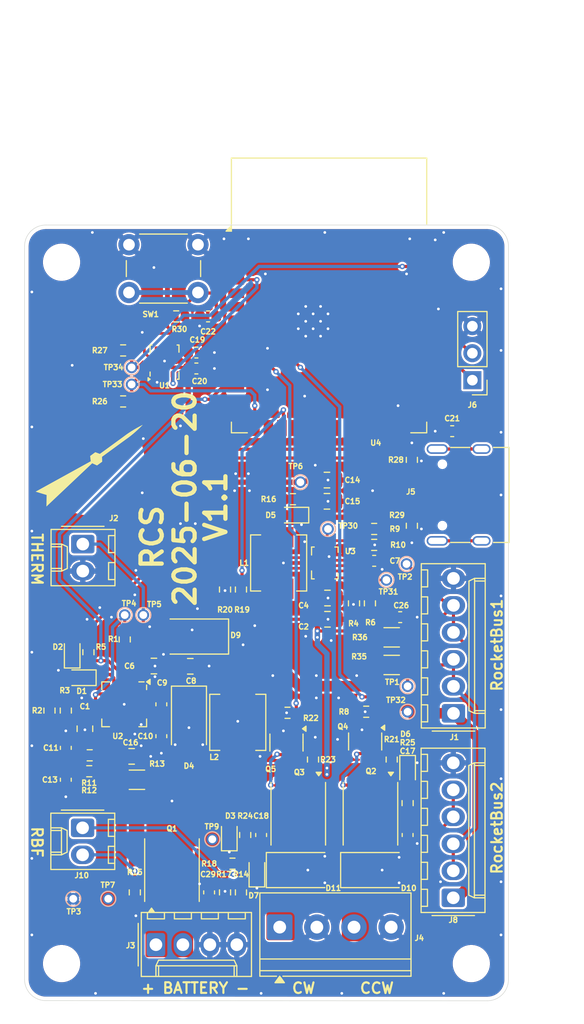
<source format=kicad_pcb>
(kicad_pcb (version 20241229) (generator "pcbnew") (generator_version "9.0")
  (title_block (title "RCS Controller Board") (date "2025-06-20") (rev "1.1"))
  (layers (0 "F.Cu" signal) (2 "B.Cu" signal) (13 "F.Paste" user) (15 "B.Paste" user) (5 "F.SilkS" user "F.Silkscreen") (7 "B.SilkS" user "B.Silkscreen") (1 "F.Mask" user) (3 "B.Mask" user) (25 "Edge.Cuts" user))
  (net 0 "")
  (net 1 "GND")
  (net 2 "/Power/VREF33")
  (net 3 "VBUS")
  (net 4 "/Power/VUMB")
  (net 5 "Net-(U3-VAUX)")
  (net 6 "Net-(D9-K)")
  (net 7 "Net-(U2-BST)")
  (net 8 "Net-(D4-K)")
  (net 9 "Net-(U2-TMR)")
  (net 10 "Net-(C11-Pad1)")
  (net 11 "+3.3V")
  (net 12 "Net-(C13-Pad1)")
  (net 13 "+BATT")
  (net 14 "Net-(D10-K)")
  (net 15 "Net-(D11-K)")
  (net 16 "Net-(Q1-G)")
  (net 17 "Net-(D1-A)")
  (net 18 "Net-(D1-K)")
  (net 19 "UMB_~{ON}")
  (net 20 "Net-(D2-A)")
  (net 21 "Net-(D5-A)")
  (net 22 "Net-(C26-Pad1)")
  (net 23 "Net-(D7-A)")
  (net 24 "CANH")
  (net 25 "CANL")
  (net 26 "Net-(J2-Pin_1)")
  (net 27 "/Power/ARM-OUT")
  (net 28 "/Power/ARM-IN")
  (net 29 "Net-(U3-L1)")
  (net 30 "Net-(U3-L2)")
  (net 31 "Net-(U2-CSP)")
  (net 32 "Net-(Q2-G)")
  (net 33 "Net-(Q3-G)")
  (net 34 "Net-(Q4-G)")
  (net 35 "Net-(Q5-G)")
  (net 36 "Net-(U3-VSEL)")
  (net 37 "Net-(U3-EN)")
  (net 38 "Net-(U3-FB)")
  (net 39 "Net-(U2-COMPV)")
  (net 40 "Net-(U2-COMPI)")
  (net 41 "BATT_READ")
  (net 42 "Net-(U3-FB2)")
  (net 43 "Net-(U3-PG)")
  (net 47 "Net-(D3-A)")
  (net 48 "Net-(D6-A)")
  (net 49 "Net-(J5-SHIELD)")
  (net 50 "Net-(J5-CC2)")
  (net 51 "Net-(J5-CC1)")
  (net 57 "Net-(J6-Pin_2)")
  (net 58 "Net-(U4-USB_D+)")
  (net 70 "Net-(U4-USB_D-)")
  (net 80 "Net-(J6-Pin_1)")
  (net 81 "Net-(U4-EN)")
  (net 86 "/Microcontroller/SDA")
  (net 87 "/Microcontroller/SCL")
  (net 88 "/Microcontroller/INT1")
  (footprint "psas-footprints:TP-through-hole-1X01" (layer "F.Cu") (at 108 141.6)
    (property "Reference" "TP7")
    (property "Value" "Test-Point")
  )
  (footprint "Capacitor_SMD:C_0805_2012Metric" (layer "F.Cu") (at 105.8 125.6 -90)
    (property "Reference" "C1")
    (property "Value" "10u")
  )
  (footprint "LED_SMD:LED_0603_1608Metric" (layer "F.Cu") (at 105.37 120.8 180)
    (property "Reference" "D1")
    (property "Value" "GRN")
  )
  (footprint "Capacitor_SMD:C_0805_2012Metric" (layer "F.Cu") (at 115.725 119.725)
    (property "Reference" "C8")
    (property "Value" "10u")
  )
  (footprint "Capacitor_SMD:C_0603_1608Metric" (layer "F.Cu") (at 117.5 141 90)
    (property "Reference" "C29")
    (property "Value" "100n")
  )
  (footprint "Resistor_SMD:R_0603_1608Metric" (layer "F.Cu") (at 134.7 128.5 90)
    (property "Reference" "R21")
    (property "Value" "10k")
  )
  (footprint "Capacitor_SMD:C_0603_1608Metric" (layer "F.Cu") (at 136.2 135.6 -90)
    (property "Reference" "C17")
    (property "Value" "100n")
  )
  (footprint "Resistor_SMD:R_0603_1608Metric" (layer "F.Cu") (at 132.3 124 180)
    (property "Reference" "R8")
    (property "Value" "10k")
  )
  (footprint "Capacitor_SMD:C_0603_1608Metric" (layer "F.Cu") (at 122.4 135.6 90)
    (property "Reference" "C18")
    (property "Value" "100n")
  )
  (footprint "LED_SMD:LED_0603_1608Metric" (layer "F.Cu") (at 136.2 129.6 -90)
    (property "Reference" "D6")
    (property "Value" "Amber")
  )
  (footprint "Resistor_SMD:R_0603_1608Metric" (layer "F.Cu") (at 136.6 100.3 90)
    (property "Reference" "R28")
    (property "Value" "5k")
  )
  (footprint "Resistor_SMD:R_0603_1608Metric" (layer "F.Cu") (at 114.4 86.8)
    (property "Reference" "R30")
    (property "Value" "10k")
  )
  (footprint "Resistor_SMD:R_0603_1608Metric" (layer "F.Cu") (at 127.2875 128.5 90)
    (property "Reference" "R23")
    (property "Value" "10k")
  )
  (footprint "Inductor_SMD:L_Vishay_IHLP-2020" (layer "F.Cu") (at 124.05 110 90)
    (property "Reference" "L1")
    (property "Value" "1.5uH")
  )
  (footprint "RF_Module:ESP32-S3-WROOM-1" (layer "F.Cu") (at 128.8 84.8)
    (property "Reference" "U4")
    (property "Value" "ESP32-S3-WROOM-1")
  )
  (footprint "Package_TO_SOT_SMD:SOT-23-3" (layer "F.Cu") (at 132.2 126.8 -90)
    (property "Reference" "Q4")
    (property "Value" "PMV45EN2")
  )
  (footprint "Capacitor_SMD:C_0603_1608Metric" (layer "F.Cu") (at 104 130.4 -90)
    (property "Reference" "C13")
    (property "Value" "2.2n")
  )
  (footprint "psas-footprints:TP-through-hole-1X01" (layer "F.Cu") (at 117.8 136)
    (property "Reference" "TP9")
    (property "Value" "Test-Point")
  )
  (footprint "psas-footprints:TP-through-hole-1X01" (layer "F.Cu") (at 136.2 121.6)
    (property "Reference" "TP1")
    (property "Value" "Test-Point")
  )
  (footprint "MountingHole:MountingHole_3.2mm_M3" (layer "F.Cu") (at 142.2 81.7)
    (property "Reference" "REF**" (hide yes))
    (property "Value" "MountingHole_3.2mm_M3" (hide yes))
  )
  (footprint "Inductor_SMD:L_Vishay_IHLP-2020" (layer "F.Cu") (at 120.2 125 -90)
    (property "Reference" "L2")
    (property "Value" "4.7uH")
  )
  (footprint "Capacitor_SMD:C_0603_1608Metric" (layer "F.Cu") (at 117.4 86.8 180)
    (property "Reference" "C22")
    (property "Value" "100p")
  )
  (footprint "Capacitor_SMD:C_0603_1608Metric" (layer "F.Cu") (at 135.5 115.1)
    (property "Reference" "C26")
    (property "Value" "1n")
  )
  (footprint "MountingHole:MountingHole_3.2mm_M3" (layer "F.Cu") (at 103.6 81.7)
    (property "Reference" "REF**" (hide yes))
    (property "Value" "MountingHole_3.2mm_M3" (hide yes))
  )
  (footprint "Resistor_SMD:R_0603_1608Metric" (layer "F.Cu") (at 109.55 117.2 -90)
    (property "Reference" "R1")
    (property "Value" "10k")
  )
  (footprint "Resistor_SMD:R_0603_1608Metric" (layer "F.Cu") (at 109.4 90)
    (property "Reference" "R27")
    (property "Value" "4.7k")
  )
  (footprint "Package_SO:PowerPAK_SO-8_Single" (layer "F.Cu") (at 114 138.905 90)
    (property "Reference" "Q1")
    (property "Value" "SI7465DP-T1-E3")
  )
  (footprint "Resistor_SMD:R_0603_1608Metric" (layer "F.Cu") (at 110.5 141 90)
    (property "Reference" "R15")
    (property "Value" "1k")
  )
  (footprint "Capacitor_SMD:C_0603_1608Metric" (layer "F.Cu") (at 113 123.3 -90)
    (property "Reference" "C9")
    (property "Value" "100n")
  )
  (footprint "Diode_SMD:D_SMA" (layer "F.Cu") (at 115.6 125.1 -90)
    (property "Reference" "D4")
    (property "Value" "RBR5L30BDDTE25")
  )
  (footprint "Connector_Molex:Molex_KK-254_AE-6410-04A_1x04_P2.54mm_Vertical" (layer "F.Cu") (at 112.49 145.92)
    (property "Reference" "J3")
    (property "Value" "0022-232041")
  )
  (footprint "Package_DFN_QFN:QFN-16-1EP_4x4mm_P0.65mm_EP2.5x2.5mm" (layer "F.Cu") (at 109.5 123.3 -90)
    (property "Reference" "U2")
    (property "Value" "MP26123DR-LF-Z")
  )
  (footprint "psas-footprints:TP-through-hole-1X01" (layer "F.Cu") (at 134.2 111.6 90)
    (property "Reference" "TP31")
    (property "Value" "Test-Point")
  )
  (footprint "Package_LGA:LGA-14_3x2.5mm_P0.5mm_LayoutBorder3x4y" (layer "F.Cu") (at 113.3 91.1 90)
    (property "Reference" "U1")
    (property "Value" "LSM6DSOX")
  )
  (footprint "Capacitor_SMD:C_0603_1608Metric" (layer "F.Cu") (at 104 127.4 90)
    (property "Reference" "C11")
    (property "Value" "2.2n")
  )
  (footprint "Diode_SMD:D_SMA" (layer "F.Cu") (at 126.4 138.9)
    (property "Reference" "D11")
    (property "Value" "RBR5L30BDDTE25")
  )
  (footprint "Capacitor_SMD:C_0603_1608Metric" (layer "F.Cu") (at 116.3 90.2)
    (property "Reference" "C19")
    (property "Value" "100n")
  )
  (footprint "Resistor_SMD:R_0603_1608Metric" (layer "F.Cu") (at 119 112.5 -90)
    (property "Reference" "R20")
    (property "Value" "10k")
  )
  (footprint "Capacitor_SMD:C_0805_2012Metric" (layer "F.Cu") (at 110.2 128.2)
    (property "Reference" "C16")
    (property "Value" "22u")
  )
  (footprint "Button_Switch_THT:SW_PUSH_6mm" (layer "F.Cu") (at 116.45 84.55 180)
    (property "Reference" "SW1")
    (property "Value" "SW_Push")
  )
  (footprint "psas-footprints:TP-through-hole-1X01" (layer "F.Cu") (at 109.55 114.9)
    (property "Reference" "TP4")
    (property "Value" "Test-Point")
  )
  (footprint "LED_SMD:LED_0603_1608Metric" (layer "F.Cu") (at 122 139 90)
    (property "Reference" "D7")
    (property "Value" "GRN")
  )
  (footprint "Resistor_SMD:R_0603_1608Metric" (layer "F.Cu") (at 133.05 108.3)
    (property "Reference" "R10")
    (property "Value" "150k")
  )
  (footprint "Diode_SMD:D_SMA" (layer "F.Cu") (at 115.825 116.925 180)
    (property "Reference" "D9")
    (property "Value" "RBR5L30BDDTE25")
  )
  (footprint "Resistor_SMD:R_0603_1608Metric" (layer "F.Cu") (at 131.15 113.8 -90)
    (property "Reference" "R4")
    (property "Value" "10k")
  )
  (footprint "Connector_Molex:Molex_KK-254_AE-6410-06A_1x06_P2.54mm_Vertical" (layer "F.Cu") (at 140.52 124.15 90)
    (property "Reference" "J1")
    (property "Value" "00222-32051")
  )
  (footprint "psas-footprints:TP-through-hole-1X01" (layer "F.Cu") (at 136.2 124)
    (property "Reference" "TP32")
    (property "Value" "Test-Point")
  )
  (footprint "Capacitor_SMD:C_0805_2012Metric" (layer "F.Cu") (at 128.6 104.2)
    (property "Reference" "C15")
    (property "Value" "22u")
  )
  (footprint "Resistor_SMD:R_0603_1608Metric" (layer "F.Cu") (at 133.05 106.8 180)
    (property "Reference" "R9")
    (property "Value" "470k")
  )
  (footprint "Resistor_SMD:R_0603_1608Metric" (layer "F.Cu") (at 106.13 118.4 -90)
    (property "Reference" "R5")
    (property "Value" "10k")
  )
  (footprint "psas-footprints:TP-through-hole-1X01" (layer "F.Cu") (at 136.1 110.1)
    (property "Reference" "TP2")
    (property "Value" "Test-Point")
  )
  (footprint "psas-footprints:TP-through-hole-1X01" (layer "F.Cu") (at 128.7 106.8 90)
    (property "Reference" "TP30")
    (property "Value" "Test-Point")
  )
  (footprint "Capacitor_SMD:C_0805_2012Metric" (layer "F.Cu") (at 128.65 113.3)
    (property "Reference" "C4")
    (property "Value" "22u")
  )
  (footprint "psas-footprints:TP-through-hole-1X01" (layer "F.Cu") (at 111.3 114.9 180)
    (property "Reference" "TP5")
    (property "Value" "Test-Point")
  )
  (footprint "Capacitor_SMD:C_0603_1608Metric" (layer "F.Cu") (at 133.05 109.8)
    (property "Reference" "C7")
    (property "Value" "100n")
  )
  (footprint "Capacitor_SMD:C_0805_2012Metric" (layer "F.Cu") (at 128.6 102.2)
    (property "Reference" "C14")
    (property "Value" "22u")
  )
  (footprint "LED_SMD:LED_0603_1608Metric" (layer "F.Cu") (at 104.6 118.4 90)
    (property "Reference" "D2")
    (property "Value" "GRN")
  )
  (footprint "Capacitor_SMD:C_0603_1608Metric" (layer "F.Cu") (at 113 126.3 -90)
    (property "Reference" "C10")
    (property "Value" "100n")
  )
  (footprint "Connector_Molex:Molex_KK-254_AE-6410-02A_1x02_P2.54mm_Vertical" (layer "F.Cu") (at 105.6 108.225 -90)
    (property "Reference" "J2")
    (property "Value" "0022-232021")
  )
  (footprint "Resistor_SMD:R_0603_1608Metric" (layer "F.Cu") (at 104 123.89 90)
    (property "Reference" "R3")
    (property "Value" "4.7k")
  )
  (footprint "Package_SO:PowerPAK_SO-8_Single" (layer "F.Cu") (at 132.7 133.6 -90)
    (property "Reference" "Q2")
    (property "Value" "SI7465DP-T1-E3")
  )
  (footprint "TerminalBlock_Phoenix:TerminalBlock_Phoenix_PT-1,5-4-3.5-H_1x04_P3.50mm_Horizontal" (layer "F.Cu") (at 124.15 144.2675)
    (property "Reference" "J4")
    (property "Value" "Screw_Terminal_4_P3.50mm")
  )
  (footprint "Capacitor_SMD:C_0805_2012Metric" (layer "F.Cu") (at 112.3 119.7)
    (property "Reference" "C6")
    (property "Value" "10u")
  )
  (footprint "Resistor_SMD:R_0603_1608Metric" (layer "F.Cu") (at 124.8875 124.1 180)
    (property "Reference" "R22")
    (property "Value" "10k")
  )
  (footprint "Capacitor_SMD:C_0805_2012Metric" (layer "F.Cu") (at 128.65 115.3)
    (property "Reference" "C2")
    (property "Value" "22u")
  )
  (footprint "Resistor_SMD:R_0603_1608Metric" (layer "F.Cu") (at 120.9 135.6 90)
    (property "Reference" "R24")
    (property "Value" "1k")
  )
  (footprint "Package_SO:PowerPAK_SO-8_Single" (layer "F.Cu") (at 125.9 133.6 -90)
    (property "Reference" "Q3")
    (property "Value" "SI7465DP-T1-E3")
  )
  (footprint "psas-footprints:TP-through-hole-1X01" (layer "F.Cu") (at 104.7 141.6)
    (property "Reference" "TP3")
    (property "Value" "Test-Point")
  )
  (footprint "Resistor_SMD:R_0603_1608Metric" (layer "F.Cu") (at 109.4 94.8)
    (property "Reference" "R26")
    (property "Value" "4.7k")
  )
  (footprint "Resistor_SMD:R_0603_1608Metric" (layer "F.Cu") (at 125.4 104 180)
    (property "Reference" "R16")
    (property "Value" "4.7k")
  )
  (footprint "Resistor_SMD:R_0603_1608Metric" (layer "F.Cu") (at 119.7 138.3)
    (property "Reference" "R18")
    (property "Value" "10k")
  )
  (footprint "Resistor_SMD:R_1206_3216Metric" (layer "F.Cu") (at 110.7 130.4 180)
    (property "Reference" "R13")
    (property "Value" "100m")
  )
  (footprint "MountingHole:MountingHole_3.2mm_M3" (layer "F.Cu") (at 142.2 147.7)
    (property "Reference" "REF**" (hide yes))
    (property "Value" "MountingHole_3.2mm_M3" (hide yes))
  )
  (footprint "Connector_PinHeader_2.54mm:PinHeader_1x03_P2.54mm_Vertical" (layer "F.Cu") (at 142.3 92.8 180)
    (property "Reference" "J6")
    (property "Value" "Conn_01x03")
  )
  (footprint "psas-footprints:U-TI-TPS63070" (layer "F.Cu") (at 128.4 110 90)
    (property "Reference" "U3")
    (property "Value" "TPS63070")
  )
  (footprint "Connector_USB:USB_C_Receptacle_Palconn_UTC16-G" (layer "F.Cu") (at 140.925 103.6 90)
    (property "Reference" "J5")
    (property "Value" "USB_C_Receptacle_USB2.0_14P")
  )
  (footprint "LED_SMD:LED_0603_1608Metric" (layer "F.Cu") (at 119.4 135.6 90)
    (property "Reference" "D3")
    (property "Value" "Amber")
  )
  (footprint "Capacitor_SMD:C_0603_1608Metric" (layer "F.Cu") (at 116.3 91.7)
    (property "Reference" "C20")
    (property "Value" "100n")
  )
  (footprint "psas-graphics:PSAS_LOGO_10X10" (layer "F.Cu") (at 106.5 100.5)
    (property "Reference" "LOGO1" (hide yes))
    (property "Value" "" (hide yes))
  )
  (footprint "LED_SMD:LED_0603_1608Metric" (layer "F.Cu") (at 125.4 105.5 180)
    (property "Reference" "D5")
    (property "Value" "GRN")
  )
  (footprint "Resistor_SMD:R_0603_1608Metric" (layer "F.Cu") (at 106.20635 129.6 180)
    (property "Reference" "R12")
    (property "Value" "750")
  )
  (footprint "Diode_SMD:D_SMA" (layer "F.Cu") (at 133.4 138.9)
    (property "Reference" "D10")
    (property "Value" "RBR5L30BDDTE25")
  )
  (footprint "Resistor_SMD:R_0603_1608Metric" (layer "F.Cu") (at 102.46 123.89 90)
    (property "Reference" "R2")
    (property "Value" "4.7k")
  )
  (footprint "Connector_Molex:Molex_KK-254_AE-6410-02A_1x02_P2.54mm_Vertical" (layer "F.Cu") (at 105.58 134.925 -90)
    (property "Reference" "J10")
    (property "Value" "0022-232021")
  )
  (footprint "MountingHole:MountingHole_3.2mm_M3" (layer "F.Cu") (at 103.6 147.7)
    (property "Reference" "REF**" (hide yes))
    (property "Value" "MountingHole_3.2mm_M3" (hide yes))
  )
  (footprint "Resistor_SMD:R_1206_3216Metric" (layer "F.Cu") (at 134.7 119.6 180)
    (property "Reference" "R35")
    (property "Value" "60.4")
  )
  (footprint "Resistor_SMD:R_1206_3216Metric" (layer "F.Cu") (at 134.7 117)
    (property "Reference" "R36")
    (property "Value" "60.4")
  )
  (footprint "Resistor_SMD:R_0603_1608Metric" (layer "F.Cu") (at 136.6 106.5 -90)
    (property "Reference" "R29")
    (property "Value" "5k")
  )
  (footprint "Connector_Molex:Molex_KK-254_AE-6410-06A_1x06_P2.54mm_Vertical" (layer "F.Cu") (at 140.5 141.51 90)
    (property "Reference" "J8")
    (property "Value" "00222-32051")
  )
  (footprint "Resistor_SMD:R_0603_1608Metric" (layer "F.Cu") (at 136.2 132.6 90)
    (property "Reference" "R25")
    (property "Value" "1k")
  )
  (footprint "Resistor_SMD:R_0603_1608Metric" (layer "F.Cu") (at 106.25 128.1 180)
    (property "Reference" "R11")
    (property "Value" "2.4k")
  )
  (footprint "Resistor_SMD:R_0603_1608Metric" (layer "F.Cu") (at 120.5 112.5 90)
    (property "Reference" "R19")
    (property "Value" "33k")
  )
  (footprint "psas-footprints:TP-through-hole-1X01" (layer "F.Cu") (at 110.2 91.6 -90)
    (property "Reference" "TP34")
    (property "Value" "Test-Point")
  )
  (footprint "Capacitor_SMD:C_0603_1608Metric" (layer "F.Cu") (at 140.4 97.6 180)
    (property "Reference" "C21")
    (property "Value" "1p")
  )
  (footprint "Resistor_SMD:R_0603_1608Metric" (layer "F.Cu") (at 132.65 113.8 90)
    (property "Reference" "R6")
    (property "Value" "10k")
  )
  (footprint "Resistor_SMD:R_0603_1608Metric" (layer "F.Cu") (at 119 141 90)
    (property "Reference" "R17")
    (property "Value" "150k")
  )
  (footprint "Resistor_SMD:R_0603_1608Metric" (layer "F.Cu") (at 120.5 141 -90)
    (property "Reference" "R14")
    (property "Value" "1k")
  )
  (footprint "psas-footprints:TP-through-hole-1X01" (layer "F.Cu") (at 110.2 93.2 -90)
    (property "Reference" "TP33")
    (property "Value" "Test-Point")
  )
  (footprint "psas-footprints:TP-through-hole-1X01" (layer "F.Cu") (at 126.1 102.4 90)
    (property "Reference" "TP6")
    (property "Value" "Test-Point")
  )
  (footprint "Package_TO_SOT_SMD:SOT-23-3" (layer "F.Cu") (at 124.7875 126.9 -90)
    (property "Reference" "Q5")
    (property "Value" "PMV45EN2")
  )
  (gr_arc (start 143.7 78.2) (mid 145.114214 78.785786) (end 145.7 80.2) (stroke (width 0.05)) (layer "Edge.Cuts"))
  (gr_arc (start 100.114214 80.2) (mid 100.7 78.785786) (end 102.114214 78.2) (stroke (width 0.05)) (layer "Edge.Cuts"))
  (gr_line (start 145.7 80.2) (end 145.7 149.2) (stroke (width 0.05)) (layer "Edge.Cuts"))
  (gr_arc (start 145.7 149.2) (mid 145.114214 150.614214) (end 143.7 151.2) (stroke (width 0.05)) (layer "Edge.Cuts"))
  (gr_line (start 143.7 151.2) (end 102.114214 151.184877) (stroke (width 0.05)) (layer "Edge.Cuts"))
  (gr_arc (start 102.114214 151.185836) (mid 100.704995 150.605056) (end 100.114214 149.2) (stroke (width 0.05)) (layer "Edge.Cuts"))
  (gr_line (start 102.114214 78.2) (end 143.7 78.2) (stroke (width 0.05)) (layer "Edge.Cuts"))
  (gr_line (start 100.114214 80.2) (end 100.114214 149.2) (stroke (width 0.05)) (layer "Edge.Cuts"))
  (gr_text "THERM" (at 100.7 107.1 270) (layer "F.SilkS") (effects (font (size 1 1) (thickness 0.2) (bold yes)) (justify left bottom)))
  (gr_text "RocketBus1\n" (at 145.2 122.189815 90) (layer "F.SilkS") (effects (font (size 1 1) (thickness 0.2) (bold yes)) (justify left bottom)))
  (gr_text "+ BATTERY -" (at 111 150.59 0) (layer "F.SilkS") (effects (font (size 1 1) (thickness 0.2) (bold yes)) (justify left bottom)))
  (gr_text "RocketBus2\n" (at 145.2 139.4 90) (layer "F.SilkS") (effects (font (size 1 1) (thickness 0.2) (bold yes)) (justify left bottom)))
  (gr_text "CW" (at 125.2 150.6 0) (layer "F.SilkS") (effects (font (size 1 1) (thickness 0.2) (bold yes)) (justify left bottom)))
  (gr_text "RBF" (at 100.7 134.7 270) (layer "F.SilkS") (effects (font (size 1 1) (thickness 0.2) (bold yes)) (justify left bottom)))
  (gr_text "CCW" (at 131.6 150.6 0) (layer "F.SilkS") (effects (font (size 1 1) (thickness 0.2) (bold yes)) (justify left bottom)))
  (gr_text "${ISSUE_DATE}" (at 116.4 114.3 90) (layer "F.SilkS") (effects (font (size 2 2) (thickness 0.4) (bold yes)) (justify left bottom)))
  (gr_text "V${REVISION}\n" (at 119.3 108.2 90) (layer "F.SilkS") (effects (font (size 2 2) (thickness 0.4) (bold yes)) (justify left bottom)))
  (gr_text "RCS" (at 113.3 110.8 90) (layer "F.SilkS") (effects (font (size 2 2) (thickness 0.4) (bold yes)) (justify left bottom)))
  (segment (start 110.425 124.025) (end 110.4 124) (width 0.3) (layer "F.Cu") (net 1))
  (segment (start 110.425 124.075) (end 110.425 124.025) (width 0.3) (layer "F.Cu") (net 1))
  (segment (start 115.025 127.05) (end 115.025 126.975) (width 0.3) (layer "F.Cu") (net 1))
  (via (at 121.8 115.9) (size 0.508) (drill 0.254) (layers "F.Cu" "B.Cu") (net 1))
  (via (at 132.9 103.2) (size 0.508) (drill 0.254) (layers "F.Cu" "B.Cu") (net 1))
  (via (at 120.2 124.9) (size 0.508) (drill 0.254) (layers "F.Cu" "B.Cu") (net 1))
  (via (at 133.8 138.9) (size 0.508) (drill 0.254) (layers "F.Cu" "B.Cu") (net 1))
  (via (at 110.5 113) (size 0.508) (drill 0.254) (layers "F.Cu" "B.Cu") (net 1))
  (via (at 115.9 116.3) (size 0.508) (drill 0.254) (layers "F.Cu" "B.Cu") (net 1))
  (via (at 139.1 86.1) (size 0.508) (drill 0.254) (layers "F.Cu" "B.Cu") (net 1))
  (via (at 138.8 97.6) (size 0.508) (drill 0.254) (layers "F.Cu" "B.Cu") (net 1))
  (via (at 145 113.1) (size 0.508) (drill 0.254) (layers "F.Cu" "B.Cu") (net 1))
  (via (at 123 89.8) (size 0.508) (drill 0.254) (layers "F.Cu" "B.Cu") (net 1))
  (via (at 121.2 101.6) (size 0.508) (drill 0.254) (layers "F.Cu" "B.Cu") (net 1))
  (via (at 111.3 98.3) (size 0.508) (drill 0.254) (layers "F.Cu" "B.Cu") (net 1))
  (via (at 126.6 116.9) (size 0.508) (drill 0.254) (layers "F.Cu" "B.Cu") (net 1))
  (via (at 131.1 113.9) (size 0.508) (drill 0.254) (layers "F.Cu" "B.Cu") (net 1))
  (via (at 110.5 126.1) (size 0.508) (drill 0.254) (layers "F.Cu" "B.Cu") (net 1))
  (via (at 121.2 79.5) (size 0.508) (drill 0.254) (layers "F.Cu" "B.Cu") (net 1))
  (via (at 110.6 110.7) (size 0.508) (drill 0.254) (layers "F.Cu" "B.Cu") (net 1))
  (via (at 145 84.2) (size 0.508) (drill 0.254) (layers "F.Cu" "B.Cu") (net 1))
  (via (at 107.2 114.2) (size 0.508) (drill 0.254) (layers "F.Cu" "B.Cu") (net 1))
  (via (at 128.4 140.1) (size 0.508) (drill 0.254) (layers "F.Cu" "B.Cu") (net 1))
  (via (at 112.6 93) (size 0.508) (drill 0.254) (layers "F.Cu" "B.Cu") (net 1))
  (via (at 112.4 119.7) (size 0.508) (drill 0.254) (layers "F.Cu" "B.Cu") (net 1))
  (via (at 100.8 127.2) (size 0.508) (drill 0.254) (layers "F.Cu" "B.Cu") (net 1))
  (via (at 137.1 136.4) (size 0.508) (drill 0.254) (layers "F.Cu" "B.Cu") (net 1))
  (via (at 116.6 140.2) (size 0.508) (drill 0.254) (layers "F.Cu" "B.Cu") (net 1))
  (via (at 145 97.7) (size 0.508) (drill 0.254) (layers "F.Cu" "B.Cu") (net 1))
  (via (at 127.5 100.8) (size 0.508) (drill 0.254) (layers "F.Cu" "B.Cu") (net 1))
  (via (at 113.3 91) (size 0.508) (drill 0.254) (layers "F.Cu" "B.Cu") (net 1))
  (via (at 114.8 97.1) (size 0.508) (drill 0.254) (layers "F.Cu" "B.Cu") (net 1))
  (via (at 100.8 107) (size 0.508) (drill 0.254) (layers "F.Cu" "B.Cu") (net 1))
  (via (at 120 101.6) (size 0.508) (drill 0.254) (layers "F.Cu" "B.Cu") (net 1))
  (via (at 100.8 97.2) (size 0.508) (drill 0.254) (layers "F.Cu" "B.Cu") (net 1))
  (via (at 137.1 128.8) (size 0.508) (drill 0.254) (layers "F.Cu" "B.Cu") (net 1))
  (via (at 104 125.8) (size 0.508) (drill 0.254) (layers "F.Cu" "B.Cu") (net 1))
  (via (at 129.6 126.6) (size 0.508) (drill 0.254) (layers "F.Cu" "B.Cu") (net 1))
  (via (at 114.3 127.1) (size 0.508) (drill 0.254) (layers "F.Cu" "B.Cu") (net 1))
  (via (at 137.1 115.1) (size 0.508) (drill 0.254) (layers "F.Cu" "B.Cu") (net 1))
  (via (at 137.5 106.8) (size 0.508) (drill 0.254) (layers "F.Cu" "B.Cu") (net 1))
  (via (at 126.2 106.4) (size 0.508) (drill 0.254) (layers "F.Cu" "B.Cu") (net 1))
  (via (at 123 93.7) (size 0.508) (drill 0.254) (layers "F.Cu" "B.Cu") (net 1))
  (via (at 111.2 103.4) (size 0.508) (drill 0.254) (layers "F.Cu" "B.Cu") (net 1))
  (via (at 105.5 122.7) (size 0.508) (drill 0.254) (layers "F.Cu" "B.Cu") (net 1))
  (via (at 128.7 113.3) (size 0.508) (drill 0.254) (layers "F.Cu" "B.Cu") (net 1))
  (via (at 127.6 122.7) (size 0.508) (drill 0.254) (layers "F.Cu" "B.Cu") (net 1))
  (via (at 116.4 114.3) (size 0.508) (drill 0.254) (layers "F.Cu" "B.Cu") (net 1))
  (via (at 112 128.2) (size 0.508) (drill 0.254) (layers "F.Cu" "B.Cu") (net 1))
  (via (at 145 90) (size 0.508) (drill 0.254) (layers "F.Cu" "B.Cu") (net 1))
  (via (at 136.4 79.5) (size 0.508) (drill 0.254) (layers "F.Cu" "B.Cu") (net 1))
  (via (at 126.5 94.3) (size 0.508) (drill 0.254) (layers "F.Cu" "B.Cu") (net 1))
  (via (at 118 90.2) (size 0.508) (drill 0.254) (layers "F.Cu" "B.Cu") (net 1))
  (via (at 114 132.4) (size 0.508) (drill 0.254) (layers "F.Cu" "B.Cu") (net 1))
  (via (at 130.8 108.7) (size 0.508) (drill 0.254) (layers "F.Cu" "B.Cu") (net 1))
  (via (at 122.3 128.2) (size 0.508) (drill 0.254) (layers "F.Cu" "B.Cu") (net 1))
  (via (at 119 140.9) (size 0.508) (drill 0.254) (layers "F.Cu" "B.Cu") (net 1))
  (via (at 113.2 118.6) (size 0.508) (drill 0.254) (layers "F.Cu" "B.Cu") (net 1))
  (via (at 136.6 108.1) (size 0.508) (drill 0.254) (layers "F.Cu" "B.Cu") (net 1))
  (via (at 108.3 115.1) (size 0.508) (drill 0.254) (layers "F.Cu" "B.Cu") (net 1))
  (via (at 123.5 120.6) (size 0.508) (drill 0.254) (layers "F.Cu" "B.Cu") (net 1))
  (via (at 118.9 79.5) (size 0.508) (drill 0.254) (layers "F.Cu" "B.Cu") (net 1))
  (via (at 135.4 137.7) (size 0.508) (drill 0.254) (layers "F.Cu" "B.Cu") (net 1))
  (via (at 104.6 91.4) (size 0.508) (drill 0.254) (layers "F.Cu" "B.Cu") (net 1))
  (via (at 110.6 143.2) (size 0.508) (drill 0.254) (layers "F.Cu" "B.Cu") (net 1))
  (via (at 126.8 138.9) (size 0.508) (drill 0.254) (layers "F.Cu" "B.Cu") (net 1))
  (via (at 118 91.7) (size 0.508) (drill 0.254) (layers "F.Cu" "B.Cu") (net 1))
  (via (at 121.3 103.2) (size 0.508) (drill 0.254) (layers "F.Cu" "B.Cu") (net 1))
  (via (at 106 115.3) (size 0.508) (drill 0.254) (layers "F.Cu" "B.Cu") (net 1))
  (via (at 100.8 145) (size 0.508) (drill 0.254) (layers "F.Cu" "B.Cu") (net 1))
  (via (at 116.6 87.7) (size 0.508) (drill 0.254) (layers "F.Cu" "B.Cu") (net 1))
  (via (at 106.5 78.9) (size 0.508) (drill 0.254) (layers "F.Cu" "B.Cu") (net 1))
  (via (at 124.5 110) (size 0.508) (drill 0.254) (layers "F.Cu" "B.Cu") (net 1))
  (via (at 127.5 126.4) (size 0.508) (drill 0.254) (layers "F.Cu" "B.Cu") (net 1))
  (via (at 137.5 100.4) (size 0.508) (drill 0.254) (layers "F.Cu" "B.Cu") (net 1))
  (via (at 128.4 137.6) (size 0.508) (drill 0.254) (layers "F.Cu" "B.Cu") (net 1))
  (via (at 139.6 150.5) (size 0.508) (drill 0.254) (layers "F.Cu" "B.Cu") (net 1))
  (via (at 124.8 124.1) (size 0.508) (drill 0.254) (layers "F.Cu" "B.Cu") (net 1))
  (via (at 115.6 125.5) (size 0.508) (drill 0.254) (layers "F.Cu" "B.Cu") (net 1))
  (via (at 131.9 125.7) (size 0.508) (drill 0.254) (layers "F.Cu" "B.Cu") (net 1))
  (via (at 128.7 102.2) (size 0.508) (drill 0.254) (layers "F.Cu" "B.Cu") (net 1))
  (via (at 100.8 118.4) (size 0.508) (drill 0.254) (layers "F.Cu" "B.Cu") (net 1))
  (via (at 120.7 117.7) (size 0.508) (drill 0.254) (layers "F.Cu" "B.Cu") (net 1))
  (via (at 126.5 108) (size 0.508) (drill 0.254) (layers "F.Cu" "B.Cu") (net 1))
  (via (at 131.4 120.6) (size 0.508) (drill 0.254) (layers "F.Cu" "B.Cu") (net 1))
  (via (at 105.8 125.7) (size 0.508) (drill 0.254) (layers "F.Cu" "B.Cu") (net 1))
  (via (at 139.6 78.9) (size 0.508) (drill 0.254) (layers "F.Cu" "B.Cu") (net 1))
  (via (at 136.6 98.7) (size 0.508) (drill 0.254) (layers "F.Cu" "B.Cu") (net 1))
  (via (at 122.8 82.8) (size 0.508) (drill 0.254) (layers "F.Cu" "B.Cu") (net 1))
  (via (at 122 140.6) (size 0.508) (drill 0.254) (layers "F.Cu" "B.Cu") (net 1))
  (via (at 129.7 122.7) (size 0.508) (drill 0.254) (layers "F.Cu" "B.Cu") (net 1))
  (via (at 113 127.9) (size 0.508) (drill 0.254) (layers "F.Cu" "B.Cu") (net 1))
  (via (at 112.3 82.2) (size 0.508) (drill 0.254) (layers "F.Cu" "B.Cu") (net 1))
  (via (at 111.2 88.3) (size 0.508) (drill 0.254) (layers "F.Cu" "B.Cu") (net 1))
  (via (at 145 103.6) (size 0.508) (drill 0.254) (layers "F.Cu" "B.Cu") (net 1))
  (via (at 104 132) (size 0.508) (drill 0.254) (layers "F.Cu" "B.Cu") (net 1))
  (via (at 100.8 137.8) (size 0.508) (drill 0.254) (layers "F.Cu" "B.Cu") (net 1))
  (via (at 128.4 78.9) (size 0.508) (drill 0.254) (layers "F.Cu" "B.Cu") (net 1))
  (via (at 135.3 95.2) (size 0.508) (drill 0.254) (layers "F.Cu" "B.Cu") (net 1))
  (via (at 100.8 84.5) (size 0.508) (drill 0.254) (layers "F.Cu" "B.Cu") (net 1))
  (via (at 128.8 109.4) (size 0.508) (drill 0.254) (layers "F.Cu" "B.Cu") (net 1))
  (via (at 119 112.6) (size 0.508) (drill 0.254) (layers "F.Cu" "B.Cu") (net 1))
  (via (at 112.4 120.7) (size 0.508) (drill 0.254) (layers "F.Cu" "B.Cu") (net 1))
  (via (at 119.4 137.2) (size 0.508) (drill 0.254) (layers "F.Cu" "B.Cu") (net 1))
  (via (at 111.9 116) (size 0.508) (drill 0.254) (layers "F.Cu" "B.Cu") (net 1))
  (via (at 128.7 115.3) (size 0.508) (drill 0.254) (layers "F.Cu" "B.Cu") (net 1))
  (via (at 130 150.5) (size 0.508) (drill 0.254) (layers "F.Cu" "B.Cu") (net 1))
  (via (at 138.8 79.6) (size 0.508) (drill 0.254) (layers "F.Cu" "B.Cu") (net 1))
  (via (at 128.7 104.2) (size 0.508) (drill 0.254) (layers "F.Cu" "B.Cu") (net 1))
  (via (at 145 123.8) (size 0.508) (drill 0.254) (layers "F.Cu" "B.Cu") (net 1))
  (via (at 124.5 125.8) (size 0.508) (drill 0.254) (layers "F.Cu" "B.Cu") (net 1))
  (via (at 106.8 150.5) (size 0.508) (drill 0.254) (layers "F.Cu" "B.Cu") (net 1))
  (via (at 133.8 110.6) (size 0.508) (drill 0.254) (layers "F.Cu" "B.Cu") (net 1))
  (via (at 114.8 106.3) (size 0.508) (drill 0.254) (layers "F.Cu" "B.Cu") (net 1))
  (via (at 127.6 120.6) (size 0.508) (drill 0.254) (layers "F.Cu" "B.Cu") (net 1))
  (via (at 111.1 125.2) (size 0.508) (drill 0.254) (layers "F.Cu" "B.Cu") (net 1))
  (via (at 135.4 140.1) (size 0.508) (drill 0.254) (layers "F.Cu" "B.Cu") (net 1))
  (via (at 133.1 108.3) (size 0.508) (drill 0.254) (layers "F.Cu" "B.Cu") (net 1))
  (via (at 122.4 150.5) (size 0.508) (drill 0.254) (layers "F.Cu" "B.Cu") (net 1))
  (via (at 136.1 82.8) (size 0.508) (drill 0.254) (layers "F.Cu" "B.Cu") (net 1))
  (via (at 116.2 106.3) (size 0.508) (drill 0.254) (layers "F.Cu" "B.Cu") (net 1))
  (via (at 145 140) (size 0.508) (drill 0.254) (layers "F.Cu" "B.Cu") (net 1))
  (via (at 103.3 120.1) (size 0.508) (drill 0.254) (layers "F.Cu" "B.Cu") (net 1))
  (via (at 111.1 127.2) (size 0.508) (drill 0.254) (layers "F.Cu" "B.Cu") (net 1))
  (via (at 109.5 123.3) (size 0.508) (drill 0.254) (layers "F.Cu" "B.Cu") (net 1))
  (via (at 117.5 119.7) (size 0.508) (drill 0.254) (layers "F.Cu" "B.Cu") (net 1))
  (via (at 119.9 103.2) (size 0.508) (drill 0.254) (layers "F.Cu" "B.Cu") (net 1))
  (via (at 139.3 140) (size 0.508) (drill 0.254) (layers "F.Cu" "B.Cu") (net 1))
  (via (at 116.9 127.1) (size 0.508) (drill 0.254) (layers "F.Cu" "B.Cu") (net 1))
  (via (at 132.2 124) (size 0.508) (drill 0.254) (layers "F.Cu" "B.Cu") (net 1))
  (via (at 129 117.3) (size 0.508) (drill 0.254) (layers "F.Cu" "B.Cu") (net 1))
  (via (at 145 145) (size 0.508) (drill 0.254) (layers "F.Cu" "B.Cu") (net 1))
  (via (at 145 130.3) (size 0.508) (drill 0.254) (layers "F.Cu" "B.Cu") (net 1))
  (segment (start 102.46 124.715) (end 104 124.715) (width 0.3) (layer "F.Cu") (net 2))
  (segment (start 105.85 124.05) (end 106.225 123.675) (width 0.3) (layer "F.Cu") (net 2))
  (segment (start 106.225 123.675) (end 106.75 123.675) (width 0.3) (layer "F.Cu") (net 2))
  (segment (start 109.55 116.375) (end 109.55 114.9) (width 0.3) (layer "F.Cu") (net 2))
  (segment (start 106.8 123.6) (end 106.8 122.4) (width 0.3) (layer "F.Cu") (net 2))
  (segment (start 107.5625 122.325) (end 106.875 122.325) (width 0.3) (layer "F.Cu") (net 2))
  (segment (start 106.875 122.325) (end 106.8 122.4) (width 0.3) (layer "F.Cu") (net 2))
  (segment (start 106.75 123.675) (end 106.825 123.6) (width 0.3) (layer "F.Cu") (net 2))
  (segment (start 105.85 124.65) (end 105.85 124.05) (width 0.3) (layer "F.Cu") (net 2))
  (segment (start 102.5 124.755) (end 102.46 124.715) (width 0.2) (layer "F.Cu") (net 2))
  (segment (start 106.825 123.625) (end 107.5625 123.625) (width 0.3) (layer "F.Cu") (net 2))
  (segment (start 104 124.715) (end 105.735 124.715) (width 0.3) (layer "F.Cu") (net 2))
  (via (at 106.8 122.4) (size 0.508) (drill 0.254) (layers "F.Cu" "B.Cu") (net 2))
  (segment (start 108.4 116.05) (end 109.55 114.9) (width 0.3) (layer "B.Cu") (net 2))
  (segment (start 108.4 120.8) (end 108.4 116.05) (width 0.3) (layer "B.Cu") (net 2))
  (segment (start 106.8 122.4) (end 108.4 120.8) (width 0.3) (layer "B.Cu") (net 2))
  (segment (start 115.87 136.075) (end 115.905 136.11) (width 0.3) (layer "F.Cu") (net 3))
  (segment (start 112.15 136.055) (end 112.095 136.11) (width 0.3) (layer "F.Cu") (net 3))
  (segment (start 127.7 116.4) (end 127.7 115.3) (width 0.5) (layer "F.Cu") (net 3))
  (segment (start 127.7 116.4) (end 127.7 117) (width 0.5) (layer "F.Cu") (net 3))
  (segment (start 117.8 137.225) (end 117.8 136) (width 0.3) (layer "F.Cu") (net 3))
  (segment (start 131.8 116.4) (end 132.6 115.6) (width 0.3) (layer "F.Cu") (net 3))
  (segment (start 132.6 115.6) (end 132.6 114.675) (width 0.3) (layer "F.Cu") (net 3))
  (segment (start 120.5 114.6) (end 121.2 115.3) (width 0.3) (layer "F.Cu") (net 3))
  (segment (start 120.5 113.325) (end 120.5 114.6) (width 0.3) (layer "F.Cu") (net 3))
  (segment (start 127.7 113.3) (end 127.7 115.3) (width 0.5) (layer "F.Cu") (net 3))
  (segment (start 127.7 115.3) (end 121.2 115.3) (width 0.3) (layer "F.Cu") (net 3))
  (segment (start 127.7 116.4) (end 131.8 116.4) (width 0.3) (layer "F.Cu") (net 3))
  (segment (start 118.875 138.3) (end 117.8 137.225) (width 0.3) (layer "F.Cu") (net 3))
  (segment (start 116.015 136) (end 115.905 136.11) (width 0.3) (layer "F.Cu") (net 3))
  (via (at 127.7 116.4) (size 0.508) (drill 0.254) (layers "F.Cu" "B.Cu") (net 3))
  (via (at 127.7 117) (size 0.508) (drill 0.254) (layers "F.Cu" "B.Cu") (net 3))
  (via (at 128.6 129.3) (size 0.508) (drill 0.254) (layers "F.Cu" "B.Cu") (net 3))
  (via (at 128.6 129.9) (size 0.508) (drill 0.254) (layers "F.Cu" "B.Cu") (net 3))
  (segment (start 127.7 116.4) (end 127.7 117.65) (width 0.5) (layer "B.Cu") (net 3))
  (segment (start 128.6 118.55) (end 128.6 129.3) (width 0.5) (layer "B.Cu") (net 3))
  (segment (start 128.6 129.3) (end 128.6 129.9) (width 0.5) (layer "B.Cu") (net 3))
  (segment (start 127.7 117.65) (end 128.6 118.55) (width 0.5) (layer "B.Cu") (net 3))
  (segment (start 140.89 141.51) (end 142.8 139.6) (width 1) (layer "F.Cu") (net 4))
  (segment (start 111.35 119.4) (end 111.35 117.75) (width 1) (layer "F.Cu") (net 4))
  (segment (start 114.75 116.5) (end 114.75 116.825) (width 0.3) (layer "F.Cu") (net 4))
  (segment (start 136.55 124.15) (end 134 121.6) (width 1) (layer "F.Cu") (net 4))
  (segment (start 126 121.6) (end 119.7 115.3) (width 1) (layer "F.Cu") (net 4))
  (segment (start 142.8 126.43) (end 140.52 124.15) (width 1) (layer "F.Cu") (net 4))
  (segment (start 111.35 117.75) (end 112.175 116.925) (width 1) (layer "F.Cu") (net 4))
  (segment (start 142.8 139.6) (end 142.8 126.43) (width 1) (layer "F.Cu") (net 4))
  (segment (start 140.5 141.51) (end 140.89 141.51) (width 1) (layer "F.Cu") (net 4))
  (segment (start 134 121.6) (end 126 121.6) (width 1) (layer "F.Cu") (net 4))
  (segment (start 140.52 124.15) (end 136.55 124.15) (width 1) (layer "F.Cu") (net 4))
  (segment (start 112.175 116.925) (end 113.825 116.925) (width 1) (layer "F.Cu") (net 4))
  (segment (start 113.825 115.875) (end 113.825 116.925) (width 1) (layer "F.Cu") (net 4))
  (segment (start 114.4 115.3) (end 113.825 115.875) (width 1) (layer "F.Cu") (net 4))
  (segment (start 119.7 115.3) (end 114.4 115.3) (width 1) (layer "F.Cu") (net 4))
  (segment (start 129.55 109.75) (end 132.225 109.75) (width 0.25) (layer "F.Cu") (net 5))
  (segment (start 132.225 109.75) (end 132.275 109.8) (width 0.25) (layer "F.Cu") (net 5))
  (segment (start 114.125 121.1) (end 114.775 120.45) (width 0.3) (layer "F.Cu") (net 6))
  (segment (start 114.775 118.725) (end 116.575 116.925) (width 0.3) (layer "F.Cu") (net 6))
  (segment (start 111.875 122.325) (end 113.1 121.1) (width 0.3) (layer "F.Cu") (net 6))
  (segment (start 113.1 121.1) (end 114.125 121.1) (width 0.3) (layer "F.Cu") (net 6))
  (segment (start 114.55 119.9) (end 114.775 120.125) (width 0.3) (layer "F.Cu") (net 6))
  (segment (start 111.4375 122.325) (end 111.875 122.325) (width 0.3) (layer "F.Cu") (net 6))
  (segment (start 116.575 116.925) (end 117.575 116.925) (width 0.3) (layer "F.Cu") (net 6))
  (segment (start 114.775 120.45) (end 114.775 119.725) (width 0.3) (layer "F.Cu") (net 6))
  (segment (start 114.775 119.725) (end 114.775 118.725) (width 0.3) (layer "F.Cu") (net 6))
  (segment (start 112.55 123.625) (end 113 124.075) (width 0.3) (layer "F.Cu") (net 7))
  (segment (start 111.4375 123.625) (end 112.55 123.625) (width 0.3) (layer "F.Cu") (net 7))
  (segment (start 115.575 123.125) (end 115.6 123.1) (width 0.5) (layer "F.Cu") (net 8))
  (segment (start 115.061 123.3985) (end 115.0375 123.375) (width 0.3) (layer "F.Cu") (net 8))
  (segment (start 117.6 123.1) (end 118.1265 122.5735) (width 0.5) (layer "F.Cu") (net 8))
  (segment (start 112.55 122.975) (end 113 122.525) (width 0.3) (layer "F.Cu") (net 8))
  (segment (start 113 122.525) (end 115.025 122.525) (width 0.5) (layer "F.Cu") (net 8))
  (segment (start 115.025 122.525) (end 115.6 123.1) (width 0.5) (layer "F.Cu") (net 8))
  (segment (start 111.4375 122.975) (end 112.55 122.975) (width 0.3) (layer "F.Cu") (net 8))
  (segment (start 118.1265 122.5735) (end 120.2 122.5735) (width 0.5) (layer "F.Cu") (net 8))
  (segment (start 115.6 123.1) (end 117.6 123.1) (width 0.5) (layer "F.Cu") (net 8))
  (segment (start 112.325 125.525) (end 113 125.525) (width 0.3) (layer "F.Cu") (net 9))
  (segment (start 111.4375 124.275) (end 111.4375 124.6375) (width 0.3) (layer "F.Cu") (net 9))
  (segment (start 111.4375 124.6375) (end 112.325 125.525) (width 0.3) (layer "F.Cu") (net 9))
  (segment (start 105.425 128.1) (end 104.075 128.1) (width 0.3) (layer "F.Cu") (net 10))
  (segment (start 114.2125 91.6) (end 115.425 91.6) (width 0.3) (layer "F.Cu") (net 11))
  (segment (start 115.5 98.75) (end 115.65 98.75) (width 0.3) (layer "F.Cu") (net 11))
  (segment (start 115.5 106.9) (end 115.5 98.75) (width 0.3) (layer "F.Cu") (net 11))
  (segment (start 114.05 89.55) (end 114.05 89.9375) (width 0.3) (layer "F.Cu") (net 11))
  (segment (start 108.575 94.8) (end 108.575 90) (width 0.3) (layer "F.Cu") (net 11))
  (segment (start 127.625 107.2) (end 127.625 105.7) (width 0.5) (layer "F.Cu") (net 11))
  (segment (start 113.575 87.775) (end 113.575 86.8) (width 0.3) (layer "F.Cu") (net 11))
  (segment (start 133.875 106.8) (end 133.875 106.375) (width 0.5) (layer "F.Cu") (net 11))
  (segment (start 115.425 91.6) (end 115.525 91.7) (width 0.3) (layer "F.Cu") (net 11))
  (segment (start 106.13 116.27) (end 115.5 106.9) (width 0.3) (layer "F.Cu") (net 11))
  (segment (start 133.2 105.7) (end 127.625 105.7) (width 0.5) (layer "F.Cu") (net 11))
  (segment (start 108.9 89) (end 111.5 89) (width 0.3) (layer "F.Cu") (net 11))
  (segment (start 127.625 105.7) (end 127.625 104.225) (width 0.5) (layer "F.Cu") (net 11))
  (segment (start 119.3 102.4) (end 117.5 100.6) (width 0.5) (layer "F.Cu") (net 11))
  (segment (start 127.65 102.2) (end 127.65 104.2) (width 0.3) (layer "F.Cu") (net 11))
  (segment (start 114.7 88.9) (end 113.575 87.775) (width 0.3) (layer "F.Cu") (net 11))
  (segment (start 124.7 102.4) (end 119.3 102.4) (width 0.5) (layer "F.Cu") (net 11))
  (segment (start 118.89 80.81) (end 117.9 81.8) (width 0.45) (layer "F.Cu") (net 11))
  (segment (start 133.875 106.375) (end 133.2 105.7) (width 0.5) (layer "F.Cu") (net 11))
  (segment (start 111.8 90.6) (end 111.4 90.2) (width 0.25) (layer "F.Cu") (net 11))
  (segment (start 111.4 89.1) (end 112.1 88.4) (width 0.25) (layer "F.Cu") (net 11))
  (segment (start 127.65 104.2) (end 127.45 104) (width 0.3) (layer "F.Cu") (net 11))
  (segment (start 115.3 81.8) (end 113.575 83.525) (width 0.45) (layer "F.Cu") (net 11))
  (segment (start 126.1 102.4) (end 124.7 102.4) (width 0.5) (layer "F.Cu") (net 11))
  (segment (start 117.9 81.8) (end 115.3 81.8) (width 0.45) (layer "F.Cu") (net 11))
  (segment (start 127.55 102.3) (end 126.2 102.3) (width 0.5) (layer "F.Cu") (net 11))
  (segment (start 115.525 91.7) (end 115.525 90.2) (width 0.5) (layer "F.Cu") (net 11))
  (segment (start 127.625 104.225) (end 127.65 104.2) (width 0.5) (layer "F.Cu") (net 11))
  (segment (start 115.525 90.2) (end 115.525 89.725) (width 0.3) (layer "F.Cu") (net 11))
  (segment (start 127.45 104) (end 126.225 104) (width 0.3) (layer "F.Cu") (net 11))
  (segment (start 111.4 90.2) (end 111.4 89.1) (width 0.25) (layer "F.Cu") (net 11))
  (segment (start 115.525 98.625) (end 115.525 91.7) (width 0.5) (layer "F.Cu") (net 11))
  (segment (start 108.575 90) (end 108.575 89.325) (width 0.3) (layer "F.Cu") (net 11))
  (segment (start 112.1 88.4) (end 114.2 88.4) (width 0.25) (layer "F.Cu") (net 11))
  (segment (start 114.7 88.9) (end 114.05 89.55) (width 0.3) (layer "F.Cu") (net 11))
  (segment (start 127.65 102.2) (end 127.55 102.3) (width 0.3) (layer "F.Cu") (net 11))
  (segment (start 108.575 89.325) (end 108.9 89) (width 0.3) (layer "F.Cu") (net 11))
  (segment (start 126.2 102.3) (end 126.1 102.4) (width 0.3) (layer "F.Cu") (net 11))
  (segment (start 112.3875 90.6) (end 111.8 90.6) (width 0.25) (layer "F.Cu") (net 11))
  (segment (start 120.05 80.81) (end 118.89 80.81) (width 0.45) (layer "F.Cu") (net 11))
  (segment (start 113.575 83.525) (end 113.575 86.8) (width 0.45) (layer "F.Cu") (net 11))
  (segment (start 115.525 89.725) (end 114.7 88.9) (width 0.3) (layer "F.Cu") (net 11))
  (segment (start 106.13 117.575) (end 106.13 116.27) (width 0.3) (layer "F.Cu") (net 11))
  (segment (start 115.65 98.75) (end 117.5 100.6) (width 0.3) (layer "F.Cu") (net 11))
  (segment (start 117.5 100.6) (end 115.525 98.625) (width 0.5) (layer "F.Cu") (net 11))
  (segment (start 114.2 88.4) (end 114.5 88.7) (width 0.25) (layer "F.Cu") (net 11))
  (segment (start 104 129.625) (end 105.35635 129.625) (width 0.3) (layer "F.Cu") (net 12))
  (segment (start 109.2375 128.2125) (end 109.25 128.2) (width 0.45) (layer "F.Cu") (net 13))
  (segment (start 109.2375 130.4) (end 109.2375 128.2125) (width 0.45) (layer "F.Cu") (net 13))
  (segment (start 109.925 141.825) (end 110.5 141.825) (width 1) (layer "F.Cu") (net 13))
  (segment (start 109.2375 130.4) (end 109.2375 141.1375) (width 1) (layer "F.Cu") (net 13))
  (segment (start 110.375 141.7) (end 110.5 141.825) (width 0.3) (layer "F.Cu") (net 13))
  (segment (start 110 127.3) (end 110 130.2) (width 0.1524) (layer "F.Cu") (net 13))
  (segment (start 109.8 130.4) (end 109.2375 130.4) (width 0.1524) (layer "F.Cu") (net 13))
  (segment (start 109.175 126.475) (end 110 127.3) (width 0.1524) (layer "F.Cu") (net 13))
  (segment (start 110 130.2) (end 109.8 130.4) (width 0.1524) (layer "F.Cu") (net 13))
  (segment (start 109.175 125.2375) (end 109.175 126.475) (width 0.1524) (layer "F.Cu") (net 13))
  (segment (start 109.2375 141.1375) (end 109.925 141.825) (width 1) (layer "F.Cu") (net 13))
  (segment (start 132.7 134.29) (end 134.74 134.29) (width 0.3) (layer "F.Cu") (net 14))
  (segment (start 136.2 134.825) (end 136.2 133.425) (width 0.3) (layer "F.Cu") (net 14))
  (segment (start 135.275 134.825) (end 136.2 134.825) (width 0.3) (layer "F.Cu") (net 14))
  (segment (start 131.15 139.15) (end 131.4 138.9) (width 0.3) (layer "F.Cu") (net 14))
  (segment (start 134.74 134.29) (end 135.275 134.825) (width 0.3) (layer "F.Cu") (net 14))
  (segment (start 130.795 138.295) (end 131.4 138.9) (width 0.3) (layer "F.Cu") (net 14))
  (segment (start 124.4 138.9) (end 123.995 138.495) (width 0.3) (layer "F.Cu") (net 15))
  (segment (start 122.4 136.375) (end 123.975 136.375) (width 0.3) (layer "F.Cu") (net 15))
  (segment (start 123.975 136.375) (end 123.995 136.395) (width 0.3) (layer "F.Cu") (net 15))
  (segment (start 120.9 136.425) (end 122.35 136.425) (width 0.3) (layer "F.Cu") (net 15))
  (segment (start 122.35 136.425) (end 122.4 136.375) (width 0.3) (layer "F.Cu") (net 15))
  (segment (start 124.4 144.0175) (end 124.15 144.2675) (width 0.3) (layer "F.Cu") (net 15))
  (segment (start 117.3 141.575) (end 117.5 141.775) (width 0.3) (layer "F.Cu") (net 16))
  (segment (start 117.5 141.775) (end 118.95 141.775) (width 0.3) (layer "F.Cu") (net 16))
  (segment (start 115.905 141.575) (end 117.3 141.575) (width 0.3) (layer "F.Cu") (net 16))
  (segment (start 120.5 141.825) (end 119 141.825) (width 0.3) (layer "F.Cu") (net 16))
  (segment (start 118.95 141.775) (end 119 141.825) (width 0.3) (layer "F.Cu") (net 16))
  (segment (start 104.5825 121.7175) (end 104 122.3) (width 0.3) (layer "F.Cu") (net 17))
  (segment (start 104 122.3) (end 104 123.065) (width 0.3) (layer "F.Cu") (net 17))
  (segment (start 104.5825 120.8) (end 104.5825 121.7175) (width 0.3) (layer "F.Cu") (net 17))
  (segment (start 106.4575 120.5) (end 106.1575 120.8) (width 0.3) (layer "F.Cu") (net 18))
  (segment (start 108.2 120.5) (end 106.4575 120.5) (width 0.3) (layer "F.Cu") (net 18))
  (segment (start 108.525 121.3625) (end 108.525 120.825) (width 0.3) (layer "F.Cu") (net 18))
  (segment (start 108.525 120.825) (end 108.2 120.5) (width 0.3) (layer "F.Cu") (net 18))
  (segment (start 107.3 119.2) (end 108 119.2) (width 0.3) (layer "F.Cu") (net 19))
  (segment (start 108 119.2) (end 109.175 120.375) (width 0.3) (layer "F.Cu") (net 19))
  (segment (start 106.155 119.2) (end 106.13 119.225) (width 0.3) (layer "F.Cu") (net 19))
  (segment (start 118.69 93.51) (end 120.05 93.51) (width 0.3) (layer "F.Cu") (net 19))
  (segment (start 107.3 119.2) (end 106.155 119.2) (width 0.3) (layer "F.Cu") (net 19))
  (segment (start 106.13 119.225) (end 106.0925 119.1875) (width 0.3) (layer "F.Cu") (net 19))
  (segment (start 117.1 94.6) (end 117.6 94.6) (width 0.3) (layer "F.Cu") (net 19))
  (segment (start 106.0925 119.1875) (end 104.65 119.1875) (width 0.3) (layer "F.Cu") (net 19))
  (segment (start 109.175 120.375) (end 109.175 121.3625) (width 0.3) (layer "F.Cu") (net 19))
  (segment (start 104.6 119.2375) (end 104.6 119.1875) (width 0.3) (layer "F.Cu") (net 19))
  (segment (start 104.65 119.1875) (end 104.6 119.2375) (width 0.3) (layer "F.Cu") (net 19))
  (segment (start 117.6 94.6) (end 118.69 93.51) (width 0.3) (layer "F.Cu") (net 19))
  (via (at 107.3 119.2) (size 0.508) (drill 0.254) (layers "F.Cu" "B.Cu") (net 19))
  (via (at 117.1 94.6) (size 0.508) (drill 0.254) (layers "F.Cu" "B.Cu") (net 19))
  (segment (start 116.1 94.6) (end 117.1 94.6) (width 0.3) (layer "B.Cu") (net 19))
  (segment (start 103.4 107.3) (end 116.1 94.6) (width 0.3) (layer "B.Cu") (net 19))
  (segment (start 103.4 111.6) (end 103.4 107.3) (width 0.3) (layer "B.Cu") (net 19))
  (segment (start 107.3 115.5) (end 103.4 111.6) (width 0.3) (layer "B.Cu") (net 19))
  (segment (start 107.3 119.2) (end 107.3 115.5) (width 0.3) (layer "B.Cu") (net 19))
  (segment (start 103.9875 117.6125) (end 104.6 117.6125) (width 0.3) (layer "F.Cu") (net 20))
  (segment (start 102.46 123.065) (end 102.46 119.14) (width 0.3) (layer "F.Cu") (net 20))
  (segment (start 102.46 119.14) (end 103.9875 117.6125) (width 0.3) (layer "F.Cu") (net 20))
  (segment (start 124.575 104) (end 124.575 105.4625) (width 0.3) (layer "F.Cu") (net 21))
  (segment (start 124.575 105.4625) (end 124.6125 105.5) (width 0.3) (layer "F.Cu") (net 21))
  (segment (start 134.2 117) (end 134.725 116.475) (width 0.3) (layer "F.Cu") (net 22))
  (segment (start 133.2375 117) (end 134.2 117) (width 0.3) (layer "F.Cu") (net 22))
  (segment (start 133.2375 119.6) (end 133.225 119.6125) (width 0.3) (layer "F.Cu") (net 22))
  (segment (start 133.2375 117) (end 133.2375 119.6) (width 0.3) (layer "F.Cu") (net 22))
  (segment (start 134.725 116.475) (end 134.725 115.1) (width 0.3) (layer "F.Cu") (net 22))
  (segment (start 122 138.2125) (end 120.6125 138.2125) (width 0.3) (layer "F.Cu") (net 23))
  (segment (start 120.6125 138.2125) (end 120.525 138.3) (width 0.3) (layer "F.Cu") (net 23))
  (segment (start 139.99 119.6) (end 140.52 119.07) (width 0.3) (layer "F.Cu") (net 24))
  (segment (start 136.2 121.6) (end 136.2 119.6375) (width 0.3) (layer "F.Cu") (net 24))
  (segment (start 136.2 119.6375) (end 136.1625 119.6) (width 0.3) (layer "F.Cu") (net 24))
  (segment (start 140.52 119.07) (end 140.52 121.61) (width 0.3) (layer "F.Cu") (net 24))
  (segment (start 140.5 136.43) (end 140.5 138.97) (width 0.3) (layer "F.Cu") (net 24))
  (segment (start 136.1625 119.6) (end 139.99 119.6) (width 0.3) (layer "F.Cu") (net 24))
  (segment (start 140.97 136.43) (end 142.5 134.9) (width 0.3) (layer "B.Cu") (net 24))
  (segment (start 142.5 134.9) (end 142.5 123.59) (width 0.3) (layer "B.Cu") (net 24))
  (segment (start 140.5 136.43) (end 140.97 136.43) (width 0.3) (layer "B.Cu") (net 24))
  (segment (start 142.5 123.59) (end 140.52 121.61) (width 0.3) (layer "B.Cu") (net 24))
  (segment (start 139.2 142.9) (end 141.5 142.9) (width 0.3) (layer "F.Cu") (net 25))
  (segment (start 143.7 123.6) (end 142.5 122.4) (width 0.3) (layer "F.Cu") (net 25))
  (segment (start 142.5 118.51) (end 140.52 116.53) (width 0.3) (layer "F.Cu") (net 25))
  (segment (start 138.6 135.79) (end 138.6 142.3) (width 0.3) (layer "F.Cu") (net 25))
  (segment (start 137.51 117) (end 140.52 113.99) (width 0.3) (layer "F.Cu") (net 25))
  (segment (start 140.5 133.89) (end 138.6 135.79) (width 0.3) (layer "F.Cu") (net 25))
  (segment (start 140.52 113.99) (end 140.52 116.53) (width 0.3) (layer "F.Cu") (net 25))
  (segment (start 142.5 122.4) (end 142.5 118.51) (width 0.3) (layer "F.Cu") (net 25))
  (segment (start 136.1625 117) (end 137.51 117) (width 0.3) (layer "F.Cu") (net 25))
  (segment (start 143.7 140.7) (end 143.7 123.6) (width 0.3) (layer "F.Cu") (net 25))
  (segment (start 140.52 113.99) (end 139.99 113.99) (width 0.3) (layer "F.Cu") (net 25))
  (segment (start 138.6 142.3) (end 139.2 142.9) (width 0.3) (layer "F.Cu") (net 25))
  (segment (start 139.99 113.99) (end 136.1 110.1) (width 0.3) (layer "F.Cu") (net 25))
  (segment (start 140.5 131.35) (end 140.5 133.89) (width 0.3) (layer "F.Cu") (net 25))
  (segment (start 141.5 142.9) (end 143.7 140.7) (width 0.3) (layer "F.Cu") (net 25))
  (segment (start 140.5 131.35) (end 140.25 131.35) (width 0.3) (layer "B.Cu") (net 25))
  (segment (start 109.5 119) (end 109.5 118.075) (width 0.3) (layer "F.Cu") (net 26))
  (segment (start 109.825 119.325) (end 109.6 119.1) (width 0.3) (layer "F.Cu") (net 26))
  (segment (start 111.3 116.275) (end 111.3 114.9) (width 0.3) (layer "F.Cu") (net 26))
  (segment (start 109.825 121.3625) (end 109.825 119.325) (width 0.3) (layer "F.Cu") (net 26))
  (segment (start 109.55 118.025) (end 111.3 116.275) (width 0.3) (layer "F.Cu") (net 26))
  (segment (start 109.8 119.3) (end 109.5 119) (width 0.3) (layer "F.Cu") (net 26))
  (segment (start 109.5 118.075) (end 109.55 118.025) (width 0.3) (layer "F.Cu") (net 26))
  (segment (start 111.3 112.3) (end 111.3 114.9) (width 0.3) (layer "B.Cu") (net 26))
  (segment (start 105.6 108.225) (end 107.225 108.225) (width 0.3) (layer "B.Cu") (net 26))
  (segment (start 107.225 108.225) (end 111.3 112.3) (width 0.3) (layer "B.Cu") (net 26))
  (segment (start 110.5 140.175) (end 110.5 139) (width 0.3) (layer "F.Cu") (net 27))
  (via (at 110.5 139) (size 0.508) (drill 0.254) (layers "F.Cu" "B.Cu") (net 27))
  (segment (start 108.965 137.465) (end 105.88 137.465) (width 0.3) (layer "B.Cu") (net 27))
  (segment (start 110.5 139) (end 108.965 137.465) (width 0.3) (layer "B.Cu") (net 27))
  (segment (start 119.8 139.3) (end 120.5 139.3) (width 0.3) (layer "F.Cu") (net 28))
  (segment (start 120.5 140.175) (end 120.5 139.3) (width 0.3) (layer "F.Cu") (net 28))
  (via (at 119.8 139.3) (size 0.508) (drill 0.254) (layers "F.Cu" "B.Cu") (net 28))
  (segment (start 114.125 134.925) (end 105.88 134.925) (width 0.3) (layer "B.Cu") (net 28))
  (segment (start 118.5 139.3) (end 119.8 139.3) (width 0.3) (layer "B.Cu") (net 28))
  (segment (start 114.125 134.925) (end 118.5 139.3) (width 0.3) (layer "B.Cu") (net 28))
  (segment (start 127.625 110.5) (end 124.9 110.5) (width 0.25) (layer "F.Cu") (net 29))
  (segment (start 124.9 110.5) (end 124.05 111.35) (width 0.25) (layer "F.Cu") (net 29))
  (segment (start 124.05 111.35) (end 124.05 112.4265) (width 0.25) (layer "F.Cu") (net 29))
  (segment (start 124.9 109.5) (end 124.05 108.65) (width 0.25) (layer "F.Cu") (net 30))
  (segment (start 127.625 109.5) (end 124.9 109.5) (width 0.25) (layer "F.Cu") (net 30))
  (segment (start 124.05 108.65) (end 124.05 107.5735) (width 0.25) (layer "F.Cu") (net 30))
  (segment (start 110.9 130.4) (end 112.1625 130.4) (width 0.1524) (layer "F.Cu") (net 31))
  (segment (start 111.9625 130.4) (end 111.825 130.2625) (width 0.3) (layer "F.Cu") (net 31))
  (segment (start 109.825 126.626632) (end 110.349184 127.150816) (width 0.1524) (layer "F.Cu") (net 31))
  (segment (start 116 130.4) (end 112.1625 130.4) (width 0.5) (layer "F.Cu") (net 31))
  (segment (start 109.825 125.2375) (end 109.825 126.626632) (width 0.1524) (layer "F.Cu") (net 31))
  (segment (start 118.9735 127.4265) (end 116 130.4) (width 0.5) (layer "F.Cu") (net 31))
  (segment (start 110.349184 127.150816) (end 110.349184 129.849184) (width 0.1524) (layer "F.Cu") (net 31))
  (segment (start 110.349184 129.849184) (end 110.9 130.4) (width 0.1524) (layer "F.Cu") (net 31))
  (segment (start 120.2 127.4265) (end 118.9735 127.4265) (width 0.5) (layer "F.Cu") (net 31))
  (segment (start 130.1 130.9) (end 130.765 130.9) (width 0.3) (layer "F.Cu") (net 32))
  (segment (start 132.2 127.9375) (end 133.2625 127.9375) (width 0.3) (layer "F.Cu") (net 32))
  (segment (start 133.525 127.675) (end 134.7 127.675) (width 0.3) (layer "F.Cu") (net 32))
  (segment (start 131.4 128) (end 131.4625 127.9375) (width 0.3) (layer "F.Cu") (net 32))
  (segment (start 131.4625 127.9375) (end 132.2 127.9375) (width 0.3) (layer "F.Cu") (net 32))
  (segment (start 130.765 130.9) (end 130.795 130.93) (width 0.3) (layer "F.Cu") (net 32))
  (segment (start 133.2625 127.9375) (end 133.525 127.675) (width 0.3) (layer "F.Cu") (net 32))
  (via (at 130.1 130.9) (size 0.508) (drill 0.254) (layers "F.Cu" "B.Cu") (net 32))
  (via (at 131.4 128) (size 0.508) (drill 0.254) (layers "F.Cu" "B.Cu") (net 32))
  (segment (start 131.4 128.8) (end 130.1 130.1) (width 0.3) (layer "B.Cu") (net 32))
  (segment (start 131.4 128) (end 131.4 128.8) (width 0.3) (layer "B.Cu") (net 32))
  (segment (start 130.1 130.1) (end 130.1 130.9) (width 0.3) (layer "B.Cu") (net 32))
  (segment (start 124.7875 128.0375) (end 123.9375 128.0375) (width 0.3) (layer "F.Cu") (net 33))
  (segment (start 126.1875 127.675) (end 127.2875 127.675) (width 0.3) (layer "F.Cu") (net 33))
  (segment (start 123.9375 128.0375) (end 123.9 128) (width 0.3) (layer "F.Cu") (net 33))
  (segment (start 123.995 130.93) (end 123.33 130.93) (width 0.2) (layer "F.Cu") (net 33))
  (segment (start 125.825 128.0375) (end 126.1875 127.675) (width 0.3) (layer "F.Cu") (net 33))
  (segment (start 123.33 130.93) (end 123.3 130.9) (width 0.2) (layer "F.Cu") (net 33))
  (segment (start 124.7875 128.0375) (end 125.825 128.0375) (width 0.3) (layer "F.Cu") (net 33))
  (via (at 123.9 128) (size 0.508) (drill 0.254) (layers "F.Cu" "B.Cu") (net 33))
  (via (at 123.3 130.9) (size 0.508) (drill 0.254) (layers "F.Cu" "B.Cu") (net 33))
  (segment (start 123.9 128) (end 123.3 128.6) (width 0.3) (layer "B.Cu") (net 33))
  (segment (start 123.3 128.6) (end 123.3 130.9) (width 0.3) (layer "B.Cu") (net 33))
  (segment (start 133.125 124) (end 133.125 123.125) (width 0.3) (layer "F.Cu") (net 34))
  (segment (start 133.125 123.125) (end 132.6 122.6) (width 0.3) (layer "F.Cu") (net 34))
  (segment (start 133.15 124.025) (end 133.125 124) (width 0.3) (layer "F.Cu") (net 34))
  (segment (start 133.15 125.6625) (end 133.15 124.025) (width 0.3) (layer "F.Cu") (net 34))
  (segment (start 122.93 88.43) (end 120.05 88.43) (width 0.3) (layer "F.Cu") (net 34))
  (segment (start 132.6 122.6) (end 131.9 122.6) (width 0.3) (layer "F.Cu") (net 34))
  (segment (start 126.1 91.6) (end 122.93 88.43) (width 0.3) (layer "F.Cu") (net 34))
  (via (at 131.9 122.6) (size 0.508) (drill 0.254) (layers "F.Cu" "B.Cu") (net 34))
  (via (at 126.1 91.6) (size 0.508) (drill 0.254) (layers "F.Cu" "B.Cu") (net 34))
  (segment (start 129.8 95.3) (end 129.8 120.5) (width 0.3) (layer "B.Cu") (net 34))
  (segment (start 129.8 120.5) (end 131.9 122.6) (width 0.3) (layer "B.Cu") (net 34))
  (segment (start 126.1 91.6) (end 129.8 95.3) (width 0.3) (layer "B.Cu") (net 34))
  (segment (start 125.7125 123.2125) (end 125.7125 124.1) (width 0.3) (layer "F.Cu") (net 35))
  (segment (start 121.5 89.7) (end 123.8 92) (width 0.3) (layer "F.Cu") (net 35))
  (segment (start 125.7 123.2) (end 125.7125 123.2125) (width 0.3) (layer "F.Cu") (net 35))
  (segment (start 125.7125 124.1) (end 125.7125 125.7375) (width 0.3) (layer "F.Cu") (net 35))
  (segment (start 120.05 89.7) (end 121.5 89.7) (width 0.3) (layer "F.Cu") (net 35))
  (via (at 123.8 92) (size 0.508) (drill 0.254) (layers "F.Cu" "B.Cu") (net 35))
  (via (at 125.7 123.2) (size 0.508) (drill 0.254) (layers "F.Cu" "B.Cu") (net 35))
  (segment (start 125.1 106.8) (end 125.1 93.3) (width 0.3) (layer "B.Cu") (net 35))
  (segment (start 125.1 93.3) (end 123.8 92) (width 0.3) (layer "B.Cu") (net 35))
  (segment (start 125.7 107.4) (end 125.1 106.8) (width 0.3) (layer "B.Cu") (net 35))
  (segment (start 125.7 123.2) (end 125.7 107.4) (width 0.3) (layer "B.Cu") (net 35))
  (segment (start 131.15 112.35) (end 130.2 111.4) (width 0.25) (layer "F.Cu") (net 36))
  (segment (start 131.15 112.975) (end 131.15 112.35) (width 0.25) (layer "F.Cu") (net 36))
  (segment (start 130.2 111.4) (end 129.125 111.4) (width 0.25) (layer "F.Cu") (net 36))
  (segment (start 128.625 111.4) (end 128.625 111.075) (width 0.25) (layer "F.Cu") (net 37))
  (segment (start 132.65 112.975) (end 132.65 112.35) (width 0.25) (layer "F.Cu") (net 37))
  (segment (start 128.625 111.075) (end 128.95 110.75) (width 0.25) (layer "F.Cu") (net 37))
  (segment (start 128.95 110.75) (end 129.55 110.75) (width 0.25) (layer "F.Cu") (net 37))
  (segment (start 132.65 112.35) (end 131.05 110.75) (width 0.25) (layer "F.Cu") (net 37))
  (segment (start 131.05 110.75) (end 129.55 110.75) (width 0.25) (layer "F.Cu") (net 37))
  (segment (start 129.4 107.9) (end 129.125 108.175) (width 0.25) (layer "F.Cu") (net 38))
  (segment (start 132.225 106.8) (end 132.225 108.3) (width 0.3) (layer "F.Cu") (net 38))
  (segment (start 131.7 108.3) (end 131.3 107.9) (width 0.25) (layer "F.Cu") (net 38))
  (segment (start 132.225 108.3) (end 131.7 108.3) (width 0.25) (layer "F.Cu") (net 38))
  (segment (start 129.125 108.175) (end 129.125 108.6) (width 0.25) (layer "F.Cu") (net 38))
  (segment (start 131.3 107.9) (end 129.4 107.9) (width 0.25) (layer "F.Cu") (net 38))
  (segment (start 107.5625 124.275) (end 107.5625 126.7375) (width 0.3) (layer "F.Cu") (net 39))
  (segment (start 107.5625 126.7375) (end 107.1 127.2) (width 0.3) (layer "F.Cu") (net 39))
  (segment (start 107.1 128.075) (end 107.075 128.1) (width 0.3) (layer "F.Cu") (net 39))
  (segment (start 107.1 127.2) (end 107.1 128.075) (width 0.3) (layer "F.Cu") (net 39))
  (segment (start 108.3 127.3) (end 108.3 129) (width 0.3) (layer "F.Cu") (net 40))
  (segment (start 108.525 125.2375) (end 108.525 127.075) (width 0.3) (layer "F.Cu") (net 40))
  (segment (start 108.3 129) (end 107.7 129.6) (width 0.3) (layer "F.Cu") (net 40))
  (segment (start 107.7 129.6) (end 107.03135 129.6) (width 0.3) (layer "F.Cu") (net 40))
  (segment (start 108.525 127.075) (end 108.3 127.3) (width 0.3) (layer "F.Cu") (net 40))
  (segment (start 120.6 111.575) (end 120.5 111.675) (width 0.3) (layer "F.Cu") (net 41))
  (segment (start 120.6 110.7) (end 120.6 111.575) (width 0.3) (layer "F.Cu") (net 41))
  (segment (start 120.5 111.675) (end 119 111.675) (width 0.3) (layer "F.Cu") (net 41))
  (segment (start 124.5 95.6) (end 124.5 97.155) (width 0.3) (layer "F.Cu") (net 41))
  (segment (start 124.5 97.155) (end 124.355 97.3) (width 0.3) (layer "F.Cu") (net 41))
  (via (at 124.5 95.6) (size 0.508) (drill 0.254) (layers "F.Cu" "B.Cu") (net 41))
  (via (at 120.6 110.7) (size 0.508) (drill 0.254) (layers "F.Cu" "B.Cu") (net 41))
  (segment (start 124.5 95.6) (end 120.6 99.5) (width 0.3) (layer "B.Cu") (net 41))
  (segment (start 120.6 99.5) (end 120.6 110.7) (width 0.3) (layer "B.Cu") (net 41))
  (segment (start 128.625 108.6) (end 128.625 106.875) (width 0.25) (layer "F.Cu") (net 42))
  (segment (start 128.625 106.725) (end 128.6 106.7) (width 0.3) (layer "F.Cu") (net 42))
  (segment (start 128.625 106.875) (end 128.7 106.8) (width 0.25) (layer "F.Cu") (net 42))
  (segment (start 131.4 110.25) (end 129.55 110.25) (width 0.25) (layer "F.Cu") (net 43))
  (segment (start 132.75 111.6) (end 131.4 110.25) (width 0.25) (layer "F.Cu") (net 43))
  (segment (start 134.2 111.6) (end 132.75 111.6) (width 0.25) (layer "F.Cu") (net 43))
  (segment (start 119.4 134.8125) (end 120.8625 134.8125) (width 0.3) (layer "F.Cu") (net 47))
  (segment (start 120.8625 134.8125) (end 120.9 134.775) (width 0.3) (layer "F.Cu") (net 47))
  (segment (start 136.2 131.775) (end 136.2 130.3875) (width 0.3) (layer "F.Cu") (net 48))
  (segment (start 141.1 99.28) (end 143.165 99.28) (width 0.3) (layer "F.Cu") (net 49))
  (segment (start 141.1 107.92) (end 143.165 107.92) (width 0.3) (layer "F.Cu") (net 49))
  (segment (start 138.995 107.92) (end 141.1 107.92) (width 0.3) (layer "F.Cu") (net 49))
  (segment (start 141.175 98.29) (end 141.175 97.6) (width 0.3) (layer "F.Cu") (net 49))
  (segment (start 138.995 99.28) (end 141.1 99.28) (width 0.3) (layer "F.Cu") (net 49))
  (segment (start 142.165 99.28) (end 141.175 98.29) (width 0.3) (layer "F.Cu") (net 49))
  (segment (start 141.1 107.92) (end 141.1 99.28) (width 0.3) (layer "F.Cu") (net 49))
  (segment (start 137.125 101.85) (end 136.4 101.125) (width 0.3) (layer "F.Cu") (net 50))
  (segment (start 138.415 101.85) (end 137.125 101.85) (width 0.3) (layer "F.Cu") (net 50))
  (segment (start 138.415 104.85) (end 137.05 104.85) (width 0.3) (layer "F.Cu") (net 51))
  (segment (start 136.6 105.3) (end 136.6 105.675) (width 0.3) (layer "F.Cu") (net 51))
  (segment (start 137.05 104.85) (end 136.6 105.3) (width 0.3) (layer "F.Cu") (net 51))
  (segment (start 142.16 90.26) (end 140.7 88.8) (width 0.3) (layer "F.Cu") (net 57))
  (segment (start 140.7 88.8) (end 140.7 85.6) (width 0.3) (layer "F.Cu") (net 57))
  (segment (start 142.3 90.26) (end 142.16 90.26) (width 0.3) (layer "F.Cu") (net 57))
  (segment (start 140.7 85.6) (end 138.45 83.35) (width 0.3) (layer "F.Cu") (net 57))
  (segment (start 138.45 83.35) (end 137.55 83.35) (width 0.3) (layer "F.Cu") (net 57))
  (segment (start 139.35 103.85) (end 138.415 103.85) (width 0.3) (layer "F.Cu") (net 58))
  (segment (start 132.4 99.3) (end 119.7 99.3) (width 0.3) (layer "F.Cu") (net 58))
  (segment (start 119.05 96.05) (end 120.05 96.05) (width 0.3) (layer "F.Cu") (net 58))
  (segment (start 138.415 102.85) (end 139.35 102.85) (width 0.3) (layer "F.Cu") (net 58))
  (segment (start 139.4 102.9) (end 139.4 103.8) (width 0.3) (layer "F.Cu") (net 58))
  (segment (start 135.95 102.85) (end 132.4 99.3) (width 0.3) (layer "F.Cu") (net 58))
  (segment (start 139.35 102.85) (end 139.4 102.9) (width 0.3) (layer "F.Cu") (net 58))
  (segment (start 118.7 98.3) (end 118.7 96.4) (width 0.3) (layer "F.Cu") (net 58))
  (segment (start 119.7 99.3) (end 118.7 98.3) (width 0.3) (layer "F.Cu") (net 58))
  (segment (start 138.415 102.85) (end 135.95 102.85) (width 0.3) (layer "F.Cu") (net 58))
  (segment (start 139.4 103.8) (end 139.35 103.85) (width 0.3) (layer "F.Cu") (net 58))
  (segment (start 118.7 96.4) (end 119.05 96.05) (width 0.3) (layer "F.Cu") (net 58))
  (segment (start 137.45 104.35) (end 136.9 103.8) (width 0.3) (layer "F.Cu") (net 70))
  (segment (start 117.8 98.8) (end 119.125166 100.125166) (width 0.3) (layer "F.Cu") (net 70))
  (segment (start 120.05 94.78) (end 118.92 94.78) (width 0.3) (layer "F.Cu") (net 70))
  (segment (start 131.725166 100.125166) (end 135.4 103.8) (width 0.3) (layer "F.Cu") (net 70))
  (segment (start 118.92 94.78) (end 117.8 95.9) (width 0.3) (layer "F.Cu") (net 70))
  (segment (start 136.9 103.8) (end 137.35 103.35) (width 0.3) (layer "F.Cu") (net 70))
  (segment (start 135.4 103.8) (end 136.9 103.8) (width 0.3) (layer "F.Cu") (net 70))
  (segment (start 137.35 103.35) (end 138.415 103.35) (width 0.3) (layer "F.Cu") (net 70))
  (segment (start 138.415 104.35) (end 137.45 104.35) (width 0.3) (layer "F.Cu") (net 70))
  (segment (start 117.8 95.9) (end 117.8 98.8) (width 0.3) (layer "F.Cu") (net 70))
  (segment (start 119.125166 100.125166) (end 131.725166 100.125166) (width 0.3) (layer "F.Cu") (net 70))
  (segment (start 140 90.5) (end 140 85.8) (width 0.3) (layer "F.Cu") (net 80))
  (segment (start 142.3 92.8) (end 140 90.5) (width 0.3) (layer "F.Cu") (net 80))
  (segment (start 138.82 84.62) (end 137.55 84.62) (width 0.3) (layer "F.Cu") (net 80))
  (segment (start 140 85.8) (end 138.82 84.62) (width 0.3) (layer "F.Cu") (net 80))
  (segment (start 118.175 82.925) (end 119.02 82.08) (width 0.3) (layer "F.Cu") (net 81))
  (segment (start 118.175 84.6) (end 116.5 84.6) (width 0.3) (layer "F.Cu") (net 81))
  (segment (start 116.45 84.55) (end 115.225 85.775) (width 0.3) (layer "F.Cu") (net 81))
  (segment (start 118.175 84.6) (end 118.175 82.925) (width 0.3) (layer "F.Cu") (net 81))
  (segment (start 115.225 85.775) (end 115.225 86.8) (width 0.3) (layer "F.Cu") (net 81))
  (segment (start 116.5 84.6) (end 116.45 84.55) (width 0.3) (layer "F.Cu") (net 81))
  (segment (start 119.02 82.08) (end 120.05 82.08) (width 0.3) (layer "F.Cu") (net 81))
  (segment (start 118.175 86.8) (end 118.175 84.6) (width 0.3) (layer "F.Cu") (net 81))
  (segment (start 109.95 84.55) (end 116.45 84.55) (width 0.45) (layer "B.Cu") (net 81))
  (segment (start 121.8 95.2) (end 121.8 97.285) (width 0.3) (layer "F.Cu") (net 86))
  (segment (start 110.2 93.2) (end 111.8 91.6) (width 0.3) (layer "F.Cu") (net 86))
  (segment (start 110.2 93.2) (end 110.2 94.775) (width 0.3) (layer "F.Cu") (net 86))
  (segment (start 121.8 97.285) (end 121.815 97.3) (width 0.3) (layer "F.Cu") (net 86))
  (segment (start 110.2 94.775) (end 110.225 94.8) (width 0.3) (layer "F.Cu") (net 86))
  (segment (start 111.8 91.6) (end 112.3875 91.6) (width 0.3) (layer "F.Cu") (net 86))
  (via (at 121.8 95.2) (size 0.508) (drill 0.254) (layers "F.Cu" "B.Cu") (net 86))
  (segment (start 112 93.8) (end 121.4 93.8) (width 0.3) (layer "B.Cu") (net 86))
  (segment (start 121.8 94.2) (end 121.8 95.2) (width 0.3) (layer "B.Cu") (net 86))
  (segment (start 121.4 93.8) (end 121.8 94.2) (width 0.3) (layer "B.Cu") (net 86))
  (segment (start 111.4 93.2) (end 112 93.8) (width 0.3) (layer "B.Cu") (net 86))
  (segment (start 110.2 93.2) (end 111.4 93.2) (width 0.3) (layer "B.Cu") (net 86))
  (segment (start 110.8 91.6) (end 111.3 91.1) (width 0.3) (layer "F.Cu") (net 87))
  (segment (start 110.2 91.6) (end 110.2 90.025) (width 0.3) (layer "F.Cu") (net 87))
  (segment (start 135.7 82.1) (end 137.53 82.1) (width 0.3) (layer "F.Cu") (net 87))
  (segment (start 110.2 91.6) (end 110.8 91.6) (width 0.3) (layer "F.Cu") (net 87))
  (segment (start 110.2 90.025) (end 110.225 90) (width 0.3) (layer "F.Cu") (net 87))
  (segment (start 111.3 91.1) (end 112.3875 91.1) (width 0.3) (layer "F.Cu") (net 87))
  (segment (start 137.53 82.1) (end 137.55 82.08) (width 0.3) (layer "F.Cu") (net 87))
  (via (at 135.7 82.1) (size 0.508) (drill 0.254) (layers "F.Cu" "B.Cu") (net 87))
  (segment (start 110.2 91.6) (end 115.1 86.7) (width 0.3) (layer "B.Cu") (net 87))
  (segment (start 115.1 86.7) (end 117.6 86.7) (width 0.3) (layer "B.Cu") (net 87))
  (segment (start 122.2 82.1) (end 135.7 82.1) (width 0.3) (layer "B.Cu") (net 87))
  (segment (start 117.6 86.7) (end 122.2 82.1) (width 0.3) (layer "B.Cu") (net 87))
  (segment (start 114.05 93.05) (end 114.05 92.2625) (width 0.3) (layer "F.Cu") (net 88))
  (segment (start 120.05 83.35) (end 122 83.35) (width 0.3) (layer "F.Cu") (net 88))
  (segment (start 114.1 93.1) (end 114.05 93.05) (width 0.3) (layer "F.Cu") (net 88))
  (via (at 114.1 93.1) (size 0.508) (drill 0.254) (layers "F.Cu" "B.Cu") (net 88))
  (via (at 122 83.35) (size 0.508) (drill 0.254) (layers "F.Cu" "B.Cu") (net 88))
  (segment (start 114.1 92) (end 122 84.1) (width 0.3) (layer "B.Cu") (net 88))
  (segment (start 114.1 93.1) (end 114.1 92) (width 0.3) (layer "B.Cu") (net 88))
  (segment (start 122 84.1) (end 122 83.35) (width 0.3) (layer "B.Cu") (net 88))
  (zone (net 15) (net_name "Net-(D11-K)") (layer "F.Cu") (priority 8) (connect_pads yes (clearance 0.2)) (min_thickness 0.1254) (fill yes (thermal_gap 0.5) (thermal_bridge_width 0.5) (smoothing fillet) (radius 0.2) (island_removal_mode 1) (island_area_min 10))
    (polygon (pts (xy 128.3 135.8) (xy 122.9 135.8) (xy 122.9 139.9) (xy 122.9 145.5) (xy 125.8 145.5) (xy 125.8 137) (xy 128.3 137)))
  )
  (zone (net 13) (net_name "+BATT") (layer "F.Cu") (priority 2) (connect_pads yes (clearance 0.2)) (min_thickness 0.1524) (fill yes (thermal_gap 0.5) (thermal_bridge_width 0.5) (smoothing fillet) (radius 0.2))
    (polygon (pts (xy 111.5 142.5) (xy 107.2 142.5) (xy 107.2 140.8) (xy 111.5 140.8) (xy 116 140.8) (xy 116 147.1) (xy 111.5 147.1)))
  )
  (zone (net 4) (net_name "/Power/VUMB") (layer "F.Cu") (priority 5) (connect_pads yes (clearance 0.2)) (min_thickness 0.1524) (fill yes (thermal_gap 0.5) (thermal_bridge_width 0.5) (smoothing fillet) (radius 0.2))
    (polygon (pts (xy 110.3 118.7) (xy 111.9 118.7) (xy 111.9 121.8) (xy 110.3 121.8)))
  )
  (zone (net 14) (net_name "Net-(D10-K)") (layer "F.Cu") (priority 8) (connect_pads yes (clearance 0.2)) (min_thickness 0.1254) (fill yes (thermal_gap 0.5) (thermal_bridge_width 0.5) (smoothing fillet) (radius 0.2) (island_removal_mode 1) (island_area_min 10))
    (polygon (pts (xy 135.15056 135.9) (xy 130 135.9) (xy 130 137) (xy 130 145.6) (xy 132.75056 145.6) (xy 132.75056 137.1) (xy 135.15056 137.1)))
  )
  (zone (net 3) (net_name "VBUS") (layer "F.Cu") (priority 7) (connect_pads yes (clearance 0.2)) (min_thickness 0.1524) (fill yes (thermal_gap 0.5) (thermal_bridge_width 0.5) (smoothing fillet) (radius 0.2))
    (polygon (pts (xy 118.7 136.7) (xy 118.67 134.12) (xy 123.496247 134.1) (xy 123.475261 132.09393) (xy 135.47 132) (xy 135.43 128.78) (xy 132.498937 128.818011) (xy 118.465477 129) (xy 115.45 129) (xy 115.45 134.1) (xy 111.6 134.1) (xy 111.6 136.6)))
  )
  (zone (net 11) (net_name "+3.3V") (layer "F.Cu") (priority 10) (connect_pads yes (clearance 0.2)) (min_thickness 0.1524) (fill yes (thermal_gap 0.5) (thermal_bridge_width 0.5) (smoothing fillet) (radius 0.2))
    (polygon (pts (xy 127.2 106.1) (xy 128.3 106.1) (xy 128.3 109) (xy 127.2 109)))
  )
  (zone (net 3) (net_name "VBUS") (layer "F.Cu") (priority 10) (connect_pads yes (clearance 0.2)) (min_thickness 0.1524) (fill yes (thermal_gap 0.5) (thermal_bridge_width 0.5) (smoothing fillet) (radius 0.2))
    (polygon (pts (xy 127.2 111.1) (xy 128.3 111.1) (xy 128.3 114) (xy 127.2 114)))
  )
  (zone (net 1) (net_name "GND") (layers "F.Cu" "B.Cu") (priority 1) (connect_pads (clearance 0.2)) (min_thickness 0.1524) (fill yes (thermal_gap 0.1524) (thermal_bridge_width 0.5) (smoothing fillet) (radius 0.2))
    (polygon (pts (xy 148.3 75) (xy 148.3 153.4) (xy 97.8 153.4) (xy 97.8 75)))
  )
)
</source>
